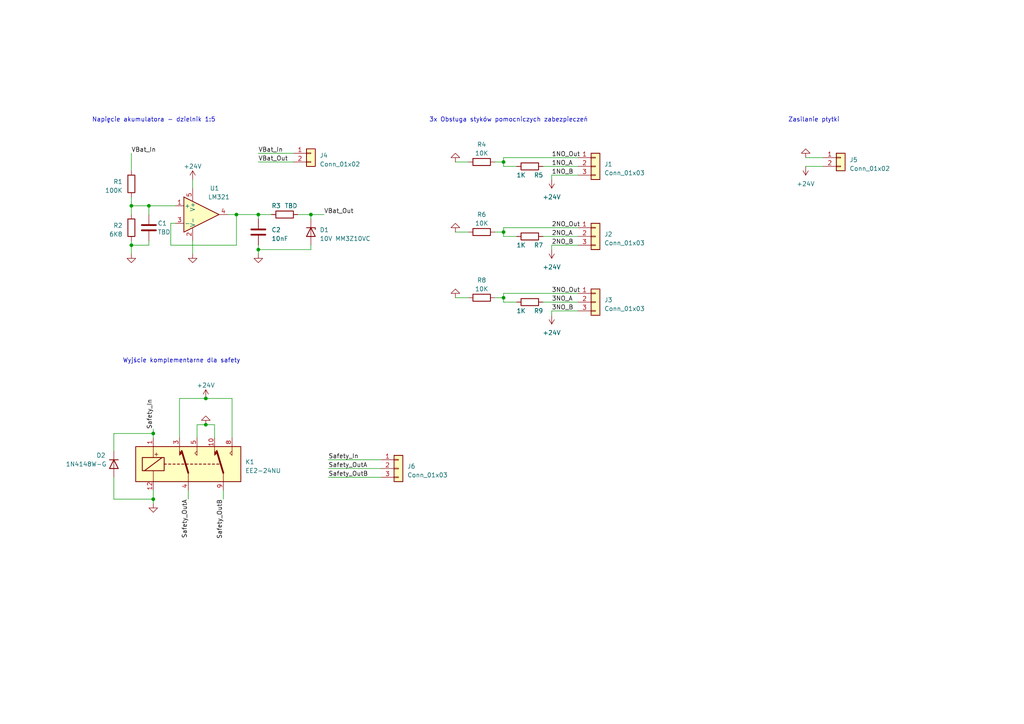
<source format=kicad_sch>
(kicad_sch (version 20230121) (generator eeschema)
  (paper "A4")
  (lib_symbols
    (symbol "Amplifier_Operational:LM321" (pin_names (offset 0.127))
      (property "Reference" "U" (at 0 7.62 0))
      (property "Value" "LM321" (at 0 5.08 0))
      (symbol "LM321_0_1"
        (polyline (pts (xy -5.08 5.08) (xy 5.08 0) (xy -5.08 -5.08) (xy -5.08 5.08)) (stroke (width 0.254)) (fill (type background)))
      )
      (symbol "LM321_1_1"
        (pin input line (at -7.62 2.54 0) (length 2.54) (name "+") (number "1"))
        (pin power_in line (at -2.54 -7.62 90) (length 3.81) (name "V-") (number "2"))
        (pin input line (at -7.62 -2.54 0) (length 2.54) (name "-") (number "3"))
        (pin output line (at 7.62 0 180) (length 2.54) (name "~") (number "4"))
        (pin power_in line (at -2.54 7.62 270) (length 3.81) (name "V+") (number "5"))
      )
    )
    (symbol "Connector_Generic:Conn_01x02" (pin_names (offset 1.016) hide)
      (property "Reference" "J" (at 0 2.54 0))
      (property "Value" "Conn_01x02" (at 0 -5.08 0))
      (symbol "Conn_01x02_1_1"
        (rectangle (start -1.27 -2.413) (end 0 -2.667) (stroke (width 0.1524)))
        (rectangle (start -1.27 0.127) (end 0 -0.127) (stroke (width 0.1524)))
        (rectangle (start -1.27 1.27) (end 1.27 -3.81) (stroke (width 0.254)) (fill (type background)))
        (pin passive line (at -5.08 0 0) (length 3.81) (name "Pin_1") (number "1"))
        (pin passive line (at -5.08 -2.54 0) (length 3.81) (name "Pin_2") (number "2"))
      )
    )
    (symbol "Connector_Generic:Conn_01x03" (pin_names (offset 1.016) hide)
      (property "Reference" "J" (at 0 5.08 0))
      (property "Value" "Conn_01x03" (at 0 -5.08 0))
      (symbol "Conn_01x03_1_1"
        (rectangle (start -1.27 -2.413) (end 0 -2.667) (stroke (width 0.1524)))
        (rectangle (start -1.27 0.127) (end 0 -0.127) (stroke (width 0.1524)))
        (rectangle (start -1.27 2.667) (end 0 2.413) (stroke (width 0.1524)))
        (rectangle (start -1.27 3.81) (end 1.27 -3.81) (stroke (width 0.254)) (fill (type background)))
        (pin passive line (at -5.08 2.54 0) (length 3.81) (name "Pin_1") (number "1"))
        (pin passive line (at -5.08 0 0) (length 3.81) (name "Pin_2") (number "2"))
        (pin passive line (at -5.08 -2.54 0) (length 3.81) (name "Pin_3") (number "3"))
      )
    )
    (symbol "Device:C" (pin_numbers hide) (pin_names (offset 0.254))
      (property "Reference" "C" (at 0.635 2.54 0))
      (property "Value" "C" (at 0.635 -2.54 0))
      (symbol "C_0_1"
        (polyline (pts (xy -2.032 -0.762) (xy 2.032 -0.762)) (stroke (width 0.508)))
        (polyline (pts (xy -2.032 0.762) (xy 2.032 0.762)) (stroke (width 0.508)))
      )
      (symbol "C_1_1"
        (pin passive line (at 0 3.81 270) (length 2.794) (name "~") (number "1"))
        (pin passive line (at 0 -3.81 90) (length 2.794) (name "~") (number "2"))
      )
    )
    (symbol "Device:D" (pin_numbers hide) (pin_names (offset 1.016) hide)
      (property "Reference" "D" (at 0 2.54 0))
      (property "Value" "D" (at 0 -2.54 0))
      (symbol "D_0_1"
        (polyline (pts (xy -1.27 1.27) (xy -1.27 -1.27)) (stroke (width 0.254)))
        (polyline (pts (xy 1.27 0) (xy -1.27 0)))
        (polyline (pts (xy 1.27 1.27) (xy 1.27 -1.27) (xy -1.27 0) (xy 1.27 1.27)) (stroke (width 0.254)))
      )
      (symbol "D_1_1"
        (pin passive line (at -3.81 0 0) (length 2.54) (name "K") (number "1"))
        (pin passive line (at 3.81 0 180) (length 2.54) (name "A") (number "2"))
      )
    )
    (symbol "Device:D_Zener" (pin_numbers hide) (pin_names (offset 1.016) hide)
      (property "Reference" "D" (at 0 2.54 0))
      (property "Value" "D_Zener" (at 0 -2.54 0))
      (symbol "D_Zener_0_1"
        (polyline (pts (xy 1.27 0) (xy -1.27 0)))
        (polyline (pts (xy -1.27 -1.27) (xy -1.27 1.27) (xy -0.762 1.27)) (stroke (width 0.254)))
        (polyline (pts (xy 1.27 -1.27) (xy 1.27 1.27) (xy -1.27 0) (xy 1.27 -1.27)) (stroke (width 0.254)))
      )
      (symbol "D_Zener_1_1"
        (pin passive line (at -3.81 0 0) (length 2.54) (name "K") (number "1"))
        (pin passive line (at 3.81 0 180) (length 2.54) (name "A") (number "2"))
      )
    )
    (symbol "Device:R" (pin_numbers hide) (pin_names (offset 0))
      (property "Reference" "R" (at 2.032 0 90))
      (property "Value" "R" (at 0 0 90))
      (symbol "R_0_1"
        (rectangle (start -1.016 -2.54) (end 1.016 2.54) (stroke (width 0.254)))
      )
      (symbol "R_1_1"
        (pin passive line (at 0 3.81 270) (length 1.27) (name "~") (number "1"))
        (pin passive line (at 0 -3.81 90) (length 1.27) (name "~") (number "2"))
      )
    )
    (symbol "Relay:EE2-24NU"
      (property "Reference" "K" (at 15.24 8.89 0))
      (property "Value" "EE2-24NU" (at 19.05 6.35 0))
      (symbol "EE2-24NU_1_1"
        (rectangle (start -15.24 5.08) (end 15.24 -5.08) (stroke (width 0.254)) (fill (type background)))
        (rectangle (start -13.335 1.905) (end -6.985 -1.905) (stroke (width 0.254)))
        (polyline (pts (xy -12.7 -1.905) (xy -7.62 1.905)) (stroke (width 0.254)))
        (polyline (pts (xy -10.16 -5.08) (xy -10.16 -1.905)))
        (polyline (pts (xy -10.16 5.08) (xy -10.16 1.905)))
        (polyline (pts (xy -6.985 0) (xy -6.35 0)) (stroke (width 0.254)))
        (polyline (pts (xy -5.715 0) (xy -5.08 0)) (stroke (width 0.254)))
        (polyline (pts (xy -4.445 0) (xy -3.81 0)) (stroke (width 0.254)))
        (polyline (pts (xy -3.175 0) (xy -2.54 0)) (stroke (width 0.254)))
        (polyline (pts (xy -1.905 0) (xy -1.27 0)) (stroke (width 0.254)))
        (polyline (pts (xy -0.635 0) (xy 0 0)) (stroke (width 0.254)))
        (polyline (pts (xy 0 -2.54) (xy -1.905 3.81)) (stroke (width 0.508)))
        (polyline (pts (xy 0 -2.54) (xy 0 -5.08)))
        (polyline (pts (xy 0.635 0) (xy 1.27 0)) (stroke (width 0.254)))
        (polyline (pts (xy 1.905 0) (xy 2.54 0)) (stroke (width 0.254)))
        (polyline (pts (xy 3.175 0) (xy 3.81 0)) (stroke (width 0.254)))
        (polyline (pts (xy 4.445 0) (xy 5.08 0)) (stroke (width 0.254)))
        (polyline (pts (xy 5.715 0) (xy 6.35 0)) (stroke (width 0.254)))
        (polyline (pts (xy 6.985 0) (xy 7.62 0)) (stroke (width 0.254)))
        (polyline (pts (xy 8.255 0) (xy 8.89 0)) (stroke (width 0.254)))
        (polyline (pts (xy 10.16 -2.54) (xy 8.255 3.81)) (stroke (width 0.508)))
        (polyline (pts (xy 10.16 -2.54) (xy 10.16 -5.08)))
        (polyline (pts (xy -2.54 5.08) (xy -2.54 2.54) (xy -1.905 3.175) (xy -2.54 3.81)) (fill (type outline)))
        (polyline (pts (xy 2.54 5.08) (xy 2.54 2.54) (xy 1.905 3.175) (xy 2.54 3.81)))
        (polyline (pts (xy 7.62 5.08) (xy 7.62 2.54) (xy 8.255 3.175) (xy 7.62 3.81)) (fill (type outline)))
        (polyline (pts (xy 12.7 5.08) (xy 12.7 2.54) (xy 12.065 3.175) (xy 12.7 3.81)))
        (text "+" (at -9.271 2.921 0) (effects (font (size 1.27 1.27))))
        (pin passive line (at -10.16 7.62 270) (length 2.54) (name "~") (number "1"))
        (pin passive line (at 7.62 7.62 270) (length 2.54) (name "~") (number "10"))
        (pin passive line (at -10.16 -7.62 90) (length 2.54) (name "~") (number "12"))
        (pin passive line (at -2.54 7.62 270) (length 2.54) (name "~") (number "3"))
        (pin passive line (at 0 -7.62 90) (length 2.54) (name "~") (number "4"))
        (pin passive line (at 2.54 7.62 270) (length 2.54) (name "~") (number "5"))
        (pin passive line (at 12.7 7.62 270) (length 2.54) (name "~") (number "8"))
        (pin passive line (at 10.16 -7.62 90) (length 2.54) (name "~") (number "9"))
      )
    )
    (symbol "power:+24V" (power) (pin_names (offset 0))
      (property "Value" "+24V" (at 0 3.556 0))
      (symbol "+24V_0_1"
        (polyline (pts (xy -0.762 1.27) (xy 0 2.54)))
        (polyline (pts (xy 0 0) (xy 0 2.54)))
        (polyline (pts (xy 0 2.54) (xy 0.762 1.27)))
      )
      (symbol "+24V_1_1"
        (pin power_in line (at 0 0 90) (length 0) hide (name "+24V") (number "1"))
      )
    )
    (symbol "power:GND" (power) (pin_names (offset 0))
      (property "Value" "GND" (at 0 -3.81 0))
      (symbol "GND_0_1"
        (polyline (pts (xy 0 0) (xy 0 -1.27) (xy 1.27 -1.27) (xy 0 -2.54) (xy -1.27 -1.27) (xy 0 -1.27)))
      )
      (symbol "GND_1_1"
        (pin power_in line (at 0 0 270) (length 0) hide (name "GND") (number "1"))
      )
    )
  )
  (junction (at 38.1 59.69))
  (junction (at 43.18 59.69))
  (junction (at 146.05 46.99))
  (junction (at 68.58 62.23))
  (junction (at 146.05 86.36))
  (junction (at 74.93 72.39))
  (junction (at 59.69 123.19))
  (junction (at 38.1 71.12))
  (junction (at 74.93 62.23))
  (junction (at 90.17 62.23))
  (junction (at 59.69 115.57))
  (junction (at 146.05 67.31))
  (junction (at 44.45 125.73))
  (junction (at 44.45 144.78))
  (wire (pts (xy 64.77 142.24) (xy 64.77 144.78)))
  (wire (pts (xy 44.45 125.73) (xy 44.45 127)))
  (wire (pts (xy 62.23 123.19) (xy 59.69 123.19)))
  (wire (pts (xy 38.1 71.12) (xy 38.1 73.66)))
  (wire (pts (xy 55.88 69.85) (xy 55.88 73.66)))
  (wire (pts (xy 66.04 62.23) (xy 68.58 62.23)))
  (wire (pts (xy 90.17 62.23) (xy 86.36 62.23)))
  (wire (pts (xy 43.18 71.12) (xy 38.1 71.12)))
  (wire (pts (xy 90.17 63.5) (xy 90.17 62.23)))
  (wire (pts (xy 57.15 123.19) (xy 59.69 123.19)))
  (wire (pts (xy 146.05 87.63) (xy 149.86 87.63)))
  (wire (pts (xy 52.07 115.57) (xy 59.69 115.57)))
  (wire (pts (xy 33.02 130.81) (xy 33.02 125.73)))
  (wire (pts (xy 160.02 90.17) (xy 160.02 91.44)))
  (wire (pts (xy 233.68 48.26) (xy 238.76 48.26)))
  (wire (pts (xy 95.25 133.35) (xy 110.49 133.35)))
  (wire (pts (xy 160.02 50.8) (xy 160.02 52.07)))
  (wire (pts (xy 160.02 71.12) (xy 167.64 71.12)))
  (wire (pts (xy 160.02 50.8) (xy 167.64 50.8)))
  (wire (pts (xy 38.1 57.15) (xy 38.1 59.69)))
  (wire (pts (xy 146.05 66.04) (xy 167.64 66.04)))
  (wire (pts (xy 44.45 124.46) (xy 44.45 125.73)))
  (wire (pts (xy 62.23 127) (xy 62.23 123.19)))
  (wire (pts (xy 55.88 52.07) (xy 55.88 54.61)))
  (wire (pts (xy 146.05 45.72) (xy 167.64 45.72)))
  (wire (pts (xy 90.17 72.39) (xy 74.93 72.39)))
  (wire (pts (xy 38.1 69.85) (xy 38.1 71.12)))
  (wire (pts (xy 157.48 48.26) (xy 167.64 48.26)))
  (wire (pts (xy 33.02 144.78) (xy 44.45 144.78)))
  (wire (pts (xy 43.18 69.85) (xy 43.18 71.12)))
  (wire (pts (xy 74.93 62.23) (xy 74.93 63.5)))
  (wire (pts (xy 157.48 68.58) (xy 167.64 68.58)))
  (wire (pts (xy 74.93 46.99) (xy 85.09 46.99)))
  (wire (pts (xy 233.68 45.72) (xy 238.76 45.72)))
  (wire (pts (xy 157.48 87.63) (xy 167.64 87.63)))
  (wire (pts (xy 44.45 142.24) (xy 44.45 144.78)))
  (wire (pts (xy 49.53 71.12) (xy 68.58 71.12)))
  (wire (pts (xy 146.05 87.63) (xy 146.05 86.36)))
  (wire (pts (xy 78.74 62.23) (xy 74.93 62.23)))
  (wire (pts (xy 90.17 71.12) (xy 90.17 72.39)))
  (wire (pts (xy 93.98 62.23) (xy 90.17 62.23)))
  (wire (pts (xy 49.53 64.77) (xy 49.53 71.12)))
  (wire (pts (xy 43.18 62.23) (xy 43.18 59.69)))
  (wire (pts (xy 146.05 68.58) (xy 149.86 68.58)))
  (wire (pts (xy 44.45 144.78) (xy 44.45 146.05)))
  (wire (pts (xy 38.1 59.69) (xy 43.18 59.69)))
  (wire (pts (xy 146.05 48.26) (xy 149.86 48.26)))
  (wire (pts (xy 143.51 46.99) (xy 146.05 46.99)))
  (wire (pts (xy 146.05 85.09) (xy 167.64 85.09)))
  (wire (pts (xy 38.1 59.69) (xy 38.1 62.23)))
  (wire (pts (xy 95.25 138.43) (xy 110.49 138.43)))
  (wire (pts (xy 57.15 127) (xy 57.15 123.19)))
  (wire (pts (xy 38.1 44.45) (xy 38.1 49.53)))
  (wire (pts (xy 146.05 46.99) (xy 146.05 45.72)))
  (wire (pts (xy 143.51 86.36) (xy 146.05 86.36)))
  (wire (pts (xy 132.08 86.36) (xy 135.89 86.36)))
  (wire (pts (xy 160.02 71.12) (xy 160.02 72.39)))
  (wire (pts (xy 33.02 138.43) (xy 33.02 144.78)))
  (wire (pts (xy 67.31 127) (xy 67.31 115.57)))
  (wire (pts (xy 146.05 67.31) (xy 146.05 66.04)))
  (wire (pts (xy 146.05 86.36) (xy 146.05 85.09)))
  (wire (pts (xy 43.18 59.69) (xy 50.8 59.69)))
  (wire (pts (xy 74.93 44.45) (xy 85.09 44.45)))
  (wire (pts (xy 50.8 64.77) (xy 49.53 64.77)))
  (wire (pts (xy 95.25 135.89) (xy 110.49 135.89)))
  (wire (pts (xy 146.05 48.26) (xy 146.05 46.99)))
  (wire (pts (xy 74.93 71.12) (xy 74.93 72.39)))
  (wire (pts (xy 160.02 90.17) (xy 167.64 90.17)))
  (wire (pts (xy 132.08 67.31) (xy 135.89 67.31)))
  (wire (pts (xy 74.93 72.39) (xy 74.93 73.66)))
  (wire (pts (xy 68.58 62.23) (xy 68.58 71.12)))
  (wire (pts (xy 67.31 115.57) (xy 59.69 115.57)))
  (wire (pts (xy 132.08 46.99) (xy 135.89 46.99)))
  (wire (pts (xy 146.05 68.58) (xy 146.05 67.31)))
  (wire (pts (xy 52.07 127) (xy 52.07 115.57)))
  (wire (pts (xy 68.58 62.23) (xy 74.93 62.23)))
  (wire (pts (xy 33.02 125.73) (xy 44.45 125.73)))
  (wire (pts (xy 143.51 67.31) (xy 146.05 67.31)))
  (wire (pts (xy 54.61 142.24) (xy 54.61 144.78)))
  (text "3x Obsługa styków pomocniczych zabezpieczeń" (at 124.46 35.56 0) (effects (font (size 1.27 1.27)) (justify left bottom)))
  (text "Wyjście komplementarne dla safety" (at 35.56 105.41 0) (effects (font (size 1.27 1.27)) (justify left bottom)))
  (text "Zasilanie płytki" (at 228.6 35.56 0) (effects (font (size 1.27 1.27)) (justify left bottom)))
  (text "Napięcie akumulatora - dzielnik 1:5" (at 26.67 35.56 0) (effects (font (size 1.27 1.27)) (justify left bottom)))
  (label "VBat_In" (at 38.1 44.45 0))
  (label "2NO_B" (at 160.02 71.12 0))
  (label "1NO_A" (at 160.02 48.26 0))
  (label "2NO_Out" (at 160.02 66.04 0))
  (label "Safety_OutB" (at 64.77 144.78 270))
  (label "Safety_In" (at 95.25 133.35 0))
  (label "1NO_Out" (at 160.02 45.72 0))
  (label "1NO_B" (at 160.02 50.8 0))
  (label "2NO_A" (at 160.02 68.58 0))
  (label "3NO_B" (at 160.02 90.17 0))
  (label "Safety_OutA" (at 95.25 135.89 0))
  (label "3NO_A" (at 160.02 87.63 0))
  (label "Safety_OutA" (at 54.61 144.78 270))
  (label "VBat_Out" (at 93.98 62.23 0))
  (label "VBat_Out" (at 74.93 46.99 0))
  (label "Safety_OutB" (at 95.25 138.43 0))
  (label "VBat_In" (at 74.93 44.45 0))
  (label "Safety_In" (at 44.45 124.46 90))
  (label "3NO_Out" (at 160.02 85.09 0))
  (symbol (lib_id "Device:R") (at 139.7 46.99 90) (unit 1)
    (property "Reference" "R4" (at 139.7 41.91 90))
    (property "Value" "10K" (at 139.7 44.45 90))
    (property "Footprint" "Resistor_SMD:R_0603_1608Metric" (effects hide))
  )
  (symbol (lib_id "Device:R") (at 139.7 67.31 90) (unit 1)
    (property "Reference" "R6" (at 139.7 62.23 90))
    (property "Value" "10K" (at 139.7 64.77 90))
    (property "Footprint" "Resistor_SMD:R_0603_1608Metric" (effects hide))
  )
  (symbol (lib_id "Connector_Generic:Conn_01x03") (at 172.72 87.63 0) (unit 1)
    (property "Reference" "J3" (at 175.26 86.995 0) (effects (justify left)))
    (property "Value" "Conn_01x03" (at 175.26 89.535 0) (effects (justify left)))
    (property "Footprint" "samsung_pcblib:15EDGRC-3.5-3P-PAK" (effects hide))
  )
  (symbol (lib_id "Connector_Generic:Conn_01x03") (at 172.72 48.26 0) (unit 1)
    (property "Reference" "J1" (at 175.26 47.625 0) (effects (justify left)))
    (property "Value" "Conn_01x03" (at 175.26 50.165 0) (effects (justify left)))
    (property "Footprint" "samsung_pcblib:15EDGRC-3.5-3P-PAK" (effects hide))
  )
  (symbol (lib_id "power:GND") (at 132.08 67.31 180) (unit 1)
    (property "Reference" "#PWR07" (effects hide))
    (property "Value" "GND" (effects hide))
  )
  (symbol (lib_id "power:+24V") (at 160.02 91.44 180) (unit 1)
    (property "Reference" "#PWR010" (effects hide))
    (property "Value" "+24V" (at 160.02 96.52 0))
  )
  (symbol (lib_id "Device:C") (at 43.18 66.04 0) (unit 1)
    (property "Reference" "C1" (at 45.72 64.77 0) (effects (justify left)))
    (property "Value" "TBD" (at 45.72 67.31 0) (effects (justify left)))
    (property "Footprint" "Capacitor_SMD:C_0603_1608Metric" (effects hide))
  )
  (symbol (lib_id "Device:R") (at 153.67 48.26 90) (unit 1)
    (property "Reference" "R5" (at 156.21 50.8 90))
    (property "Value" "1K" (at 151.13 50.8 90))
    (property "Footprint" "Resistor_SMD:R_0603_1608Metric" (effects hide))
  )
  (symbol (lib_id "power:GND") (at 74.93 73.66 0) (unit 1)
    (property "Reference" "#PWR02" (effects hide))
    (property "Value" "GND" (effects hide))
  )
  (symbol (lib_id "Relay:EE2-24NU") (at 54.61 134.62 0) (unit 1)
    (property "Reference" "K1" (at 71.12 133.985 0) (effects (justify left)))
    (property "Value" "EE2-24NU" (at 71.12 136.525 0) (effects (justify left)))
    (property "Footprint" "Relay_SMD:Relay_DPDT_Kemet_EE2_NU" (effects hide))
    (property "Datasheet" "https://content.kemet.com/datasheets/KEM_R7002_EC2_EE2.pdf" (effects hide))
  )
  (symbol (lib_id "power:+24V") (at 59.69 115.57 0) (unit 1)
    (property "Reference" "#PWR015" (effects hide))
    (property "Value" "+24V" (at 59.69 111.76 0))
  )
  (symbol (lib_id "Device:R") (at 153.67 68.58 90) (unit 1)
    (property "Reference" "R7" (at 156.21 71.12 90))
    (property "Value" "1K" (at 151.13 71.12 90))
    (property "Footprint" "Resistor_SMD:R_0603_1608Metric" (effects hide))
  )
  (symbol (lib_id "power:GND") (at 44.45 146.05 0) (unit 1)
    (property "Reference" "#PWR013" (effects hide))
    (property "Value" "GND" (effects hide))
  )
  (symbol (lib_id "power:GND") (at 132.08 86.36 180) (unit 1)
    (property "Reference" "#PWR09" (effects hide))
    (property "Value" "GND" (effects hide))
  )
  (symbol (lib_id "Amplifier_Operational:LM321") (at 58.42 62.23 0) (unit 1)
    (property "Reference" "U1" (at 62.23 54.61 0))
    (property "Value" "LM321" (at 63.5 57.15 0))
    (property "Footprint" "Package_TO_SOT_SMD:SOT-23-5" (effects hide))
    (property "Datasheet" "http://www.ti.com/lit/ds/symlink/lm321.pdf" (effects hide))
  )
  (symbol (lib_id "Device:R") (at 153.67 87.63 90) (unit 1)
    (property "Reference" "R9" (at 156.21 90.17 90))
    (property "Value" "1K" (at 151.13 90.17 90))
    (property "Footprint" "Resistor_SMD:R_0603_1608Metric" (effects hide))
  )
  (symbol (lib_id "Device:R") (at 38.1 53.34 0) (mirror y) (unit 1)
    (property "Reference" "R1" (at 35.56 52.705 0) (effects (justify left)))
    (property "Value" "100K" (at 35.56 55.245 0) (effects (justify left)))
    (property "Footprint" "Resistor_SMD:R_0603_1608Metric" (effects hide))
  )
  (symbol (lib_id "Device:R") (at 139.7 86.36 90) (unit 1)
    (property "Reference" "R8" (at 139.7 81.28 90))
    (property "Value" "10K" (at 139.7 83.82 90))
    (property "Footprint" "Resistor_SMD:R_0603_1608Metric" (effects hide))
  )
  (symbol (lib_id "Connector_Generic:Conn_01x02") (at 90.17 44.45 0) (unit 1)
    (property "Reference" "J4" (at 92.71 45.085 0) (effects (justify left)))
    (property "Value" "Conn_01x02" (at 92.71 47.625 0) (effects (justify left)))
    (property "Footprint" "samsung_pcblib:15EDGRC-3.5-2P-PAK" (effects hide))
  )
  (symbol (lib_id "Device:D") (at 33.02 134.62 270) (unit 1)
    (property "Reference" "D2" (at 27.94 132.08 90) (effects (justify left)))
    (property "Value" "1N4148W-G" (at 19.05 134.62 90) (effects (justify left)))
    (property "Footprint" "Diode_SMD:D_SMA" (effects hide))
    (property "Sim.Device" "D" (effects hide))
    (property "Sim.Pins" "1=K 2=A" (effects hide))
    (property "LCSC" " C5140021 " (effects hide))
  )
  (symbol (lib_id "power:GND") (at 55.88 73.66 0) (unit 1)
    (property "Reference" "#PWR04" (effects hide))
    (property "Value" "GND" (effects hide))
  )
  (symbol (lib_id "Device:R") (at 38.1 66.04 0) (mirror y) (unit 1)
    (property "Reference" "R2" (at 35.56 65.405 0) (effects (justify left)))
    (property "Value" "6K8" (at 35.56 67.945 0) (effects (justify left)))
    (property "Footprint" "Resistor_SMD:R_0603_1608Metric" (effects hide))
  )
  (symbol (lib_id "Device:C") (at 74.93 67.31 0) (unit 1)
    (property "Reference" "C2" (at 78.74 66.675 0) (effects (justify left)))
    (property "Value" "10nF" (at 78.74 69.215 0) (effects (justify left)))
    (property "Footprint" "Capacitor_SMD:C_0603_1608Metric" (effects hide))
  )
  (symbol (lib_id "Device:D_Zener") (at 90.17 67.31 270) (unit 1)
    (property "Reference" "D1" (at 92.71 66.675 90) (effects (justify left)))
    (property "Value" "10V MM3Z10VC " (at 92.71 69.215 90) (effects (justify left)))
    (property "Footprint" "Diode_SMD:D_SOD-323F" (effects hide))
  )
  (symbol (lib_id "Device:R") (at 82.55 62.23 270) (unit 1)
    (property "Reference" "R3" (at 78.74 59.69 90) (effects (justify left)))
    (property "Value" "TBD" (at 82.55 59.69 90) (effects (justify left)))
    (property "Footprint" "Resistor_SMD:R_0603_1608Metric" (effects hide))
  )
  (symbol (lib_id "power:GND") (at 59.69 123.19 180) (unit 1)
    (property "Reference" "#PWR014" (effects hide))
    (property "Value" "GND" (effects hide))
  )
  (symbol (lib_id "power:+24V") (at 160.02 72.39 180) (unit 1)
    (property "Reference" "#PWR08" (effects hide))
    (property "Value" "+24V" (at 160.02 77.47 0))
  )
  (symbol (lib_id "Connector_Generic:Conn_01x03") (at 115.57 135.89 0) (unit 1)
    (property "Reference" "J6" (at 118.11 135.255 0) (effects (justify left)))
    (property "Value" "Conn_01x03" (at 118.11 137.795 0) (effects (justify left)))
    (property "Footprint" "samsung_pcblib:15EDGRC-3.5-3P-PAK" (effects hide))
  )
  (symbol (lib_id "power:GND") (at 233.68 45.72 180) (unit 1)
    (property "Reference" "#PWR011" (effects hide))
    (property "Value" "GND" (effects hide))
  )
  (symbol (lib_id "Connector_Generic:Conn_01x03") (at 172.72 68.58 0) (unit 1)
    (property "Reference" "J2" (at 175.26 67.945 0) (effects (justify left)))
    (property "Value" "Conn_01x03" (at 175.26 70.485 0) (effects (justify left)))
    (property "Footprint" "samsung_pcblib:15EDGRC-3.5-3P-PAK" (effects hide))
  )
  (symbol (lib_id "power:+24V") (at 233.68 48.26 180) (unit 1)
    (property "Reference" "#PWR012" (effects hide))
    (property "Value" "+24V" (at 233.68 53.34 0))
  )
  (symbol (lib_id "Connector_Generic:Conn_01x02") (at 243.84 45.72 0) (unit 1)
    (property "Reference" "J5" (at 246.38 46.355 0) (effects (justify left)))
    (property "Value" "Conn_01x02" (at 246.38 48.895 0) (effects (justify left)))
    (property "Footprint" "samsung_pcblib:15EDGRC-3.5-2P-PAK" (effects hide))
  )
  (symbol (lib_id "power:+24V") (at 55.88 52.07 0) (unit 1)
    (property "Reference" "#PWR05" (effects hide))
    (property "Value" "+24V" (at 55.88 48.26 0))
  )
  (symbol (lib_id "power:GND") (at 132.08 46.99 180) (unit 1)
    (property "Reference" "#PWR03" (effects hide))
    (property "Value" "GND" (effects hide))
  )
  (symbol (lib_id "power:GND") (at 38.1 73.66 0) (unit 1)
    (property "Reference" "#PWR01" (effects hide))
    (property "Value" "GND" (effects hide))
  )
  (symbol (lib_id "power:+24V") (at 160.02 52.07 180) (unit 1)
    (property "Reference" "#PWR06" (effects hide))
    (property "Value" "+24V" (at 160.02 57.15 0))
  )
)
</source>
